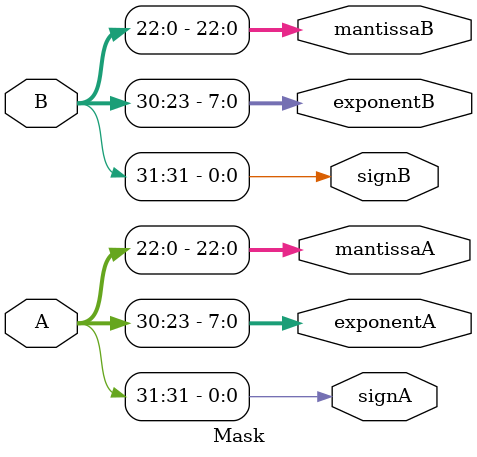
<source format=sv>

module Mask(
    input logic [31:0] A, B,
    output logic signA, signB,
    output logic [7:0] exponentA, exponentB,
    output logic [22:0] mantissaA, mantissaB
);

    always_comb
    begin
        signA = A [31];         //Sign Bit for Addend "A"
        signB = B [31];         //Sign Bit for Addend "B"
        exponentA = A [30:23];  //8-Bit Exponent Field for Addend "A"
        exponentB = B [30:23];  //8-Bit Exponent Field for Addend "B"
        mantissaA = A [22:0];   //23-Bit Exponent Field for Addend "A"
        mantissaB = B [22:0];   //23-Bit Exponent Field for Addend "B"
    end

endmodule
</source>
